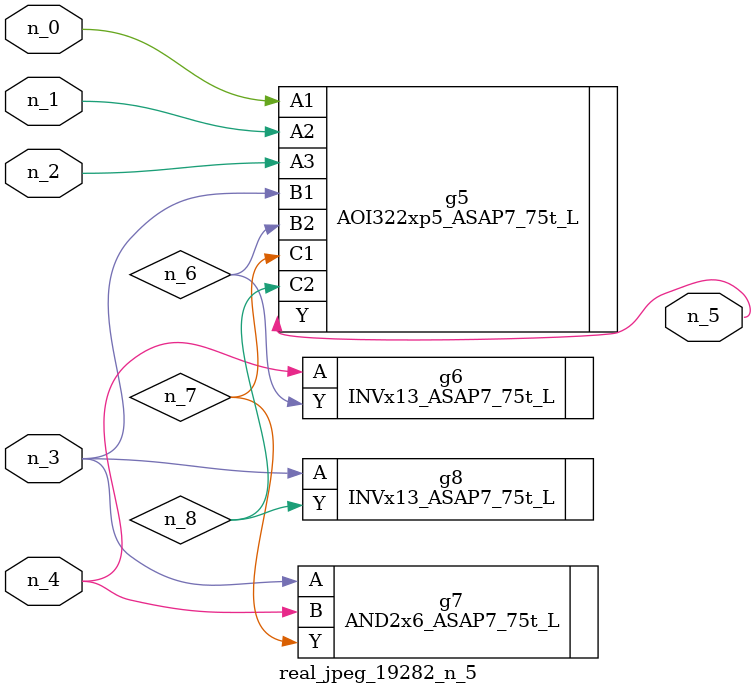
<source format=v>
module real_jpeg_19282_n_5 (n_4, n_0, n_1, n_2, n_3, n_5);

input n_4;
input n_0;
input n_1;
input n_2;
input n_3;

output n_5;

wire n_8;
wire n_6;
wire n_7;

AOI322xp5_ASAP7_75t_L g5 ( 
.A1(n_0),
.A2(n_1),
.A3(n_2),
.B1(n_3),
.B2(n_6),
.C1(n_7),
.C2(n_8),
.Y(n_5)
);

AND2x6_ASAP7_75t_L g7 ( 
.A(n_3),
.B(n_4),
.Y(n_7)
);

INVx13_ASAP7_75t_L g8 ( 
.A(n_3),
.Y(n_8)
);

INVx13_ASAP7_75t_L g6 ( 
.A(n_4),
.Y(n_6)
);


endmodule
</source>
